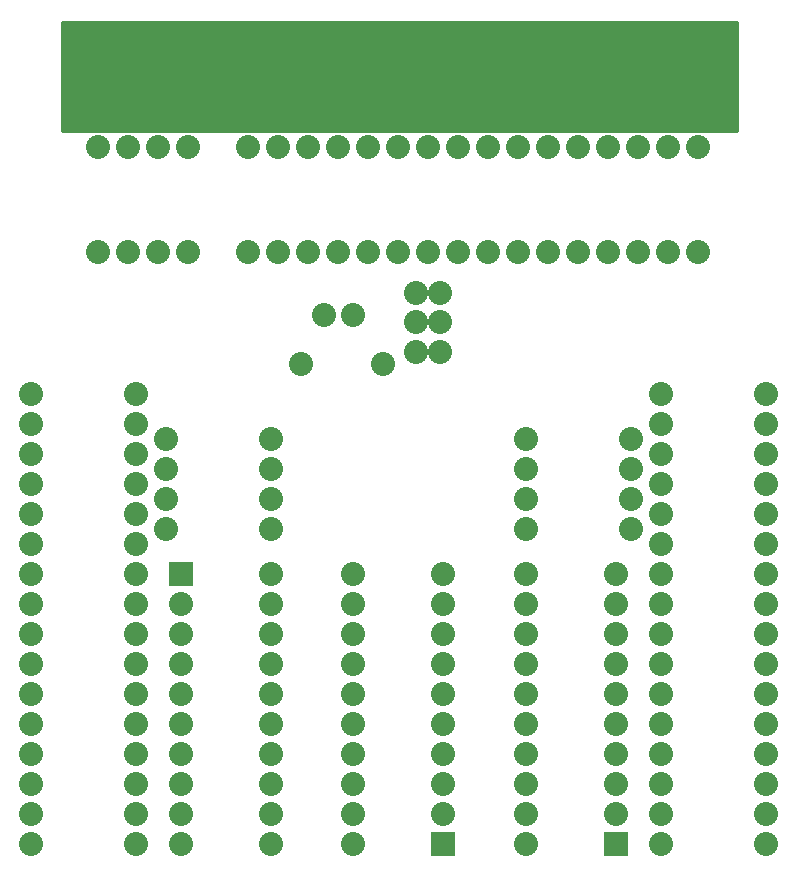
<source format=gts>
%FSTAX24Y24*%
%MOIN*%
%IN ucard20.gts *%
%ADD10C,0.0100*%
%ADD11C,0.0800*%
%ADD12R,0.0800X0.0800*%
D10*X012523Y0259D02*G01X001773D01*Y029525D01*X0243D01*Y0259D01*
X012523D01*G36*G01X001773D01*Y029525D01*X0243D01*Y0259D01*X012523D01*
G37*
%LPC*%
%LPD*%
D11*X004253Y01713D03*X000753D03*X021753Y01213D03*X025253D03*
X022003Y02538D03*Y02188D03*X005253Y013629D03*X008753D03*
X006003Y02538D03*Y02188D03*X025253Y01513D03*X021753D03*
X004253Y01513D03*X000753D03*X012003Y02538D03*Y02188D03*
X000753Y01613D03*X004253D03*X000753Y01013D03*X004253D03*
X025253Y01113D03*X021753D03*Y01013D03*X025253D03*X015003Y02538D03*
Y02188D03*X019003Y02538D03*Y02188D03*X004253Y00713D03*X000753D03*
X004003Y02538D03*Y02188D03*X025253Y00513D03*X021753D03*Y01413D03*
X025253D03*X010003Y02538D03*Y02188D03*D12*X020253Y00213D03*D11*
Y01113D03*X017253D03*Y01013D03*Y00913D03*Y00813D03*Y00713D03*Y00613D03*
Y00513D03*Y00413D03*Y00313D03*X020253D03*X017253Y00213D03*
X020253Y00413D03*Y00513D03*Y00613D03*Y00713D03*Y00813D03*Y00913D03*
Y01013D03*D12*X005753Y01113D03*D11*Y00213D03*X008753D03*Y00313D03*
Y00413D03*Y00513D03*Y00613D03*Y00713D03*Y00813D03*Y00913D03*Y01013D03*
X005753D03*X008753Y01113D03*X005753Y00913D03*Y00813D03*Y00713D03*
Y00613D03*Y00513D03*Y00413D03*Y00313D03*X018003Y02538D03*Y02188D03*
X017253Y015629D03*X020753D03*X000753Y00613D03*X004253D03*
X008753Y012629D03*X005253D03*X020753Y014629D03*X017253D03*
X000753Y00213D03*X004253D03*X020753Y012629D03*X017253D03*Y013629D03*
X020753D03*X008003Y02538D03*Y02188D03*X005003Y02538D03*Y02188D03*
X000753Y01213D03*X004253D03*Y01313D03*X000753D03*X013003Y02538D03*
Y02188D03*X004253Y00913D03*X000753D03*X017003Y02538D03*Y02188D03*
X004253Y01113D03*X000753D03*X021003Y02538D03*Y02188D03*D12*
X014503Y00213D03*D11*X011503Y00813D03*Y01013D03*Y00713D03*Y00613D03*
Y00513D03*Y00413D03*Y00313D03*Y00213D03*X014503Y01013D03*Y00313D03*
Y00413D03*Y00513D03*Y01113D03*X011503D03*X014503Y00613D03*Y00713D03*
Y00813D03*Y00913D03*X011503D03*X000753Y00813D03*X004253D03*
X014003Y02538D03*Y02188D03*X016003Y02538D03*Y02188D03*X023003Y02538D03*
Y02188D03*X009747Y018129D03*X012503D03*X013585Y020505D03*X014372D03*
X013585Y018537D03*X014372D03*X013585Y019521D03*X014372D03*
X011497Y019755D03*X010513D03*X021753Y00813D03*X025253D03*
X005253Y015629D03*X008753D03*X025253Y01713D03*X021753D03*
X025253Y00313D03*X021753D03*X000753Y00413D03*X004253D03*
X021753Y00213D03*X025253D03*X003003Y02538D03*Y02188D03*
X021753Y01613D03*X025253D03*X000753Y01413D03*X004253D03*
X021753Y00613D03*X025253D03*Y00713D03*X021753D03*X025253Y01313D03*
X021753D03*X004253Y00513D03*X000753D03*X008753Y014629D03*X005253D03*
X004253Y00313D03*X000753D03*X020003Y02538D03*Y02188D03*
X025253Y00913D03*X021753D03*X009003Y02538D03*Y02188D03*
X021753Y00413D03*X025253D03*X011003Y02538D03*Y02188D03*
M02*
</source>
